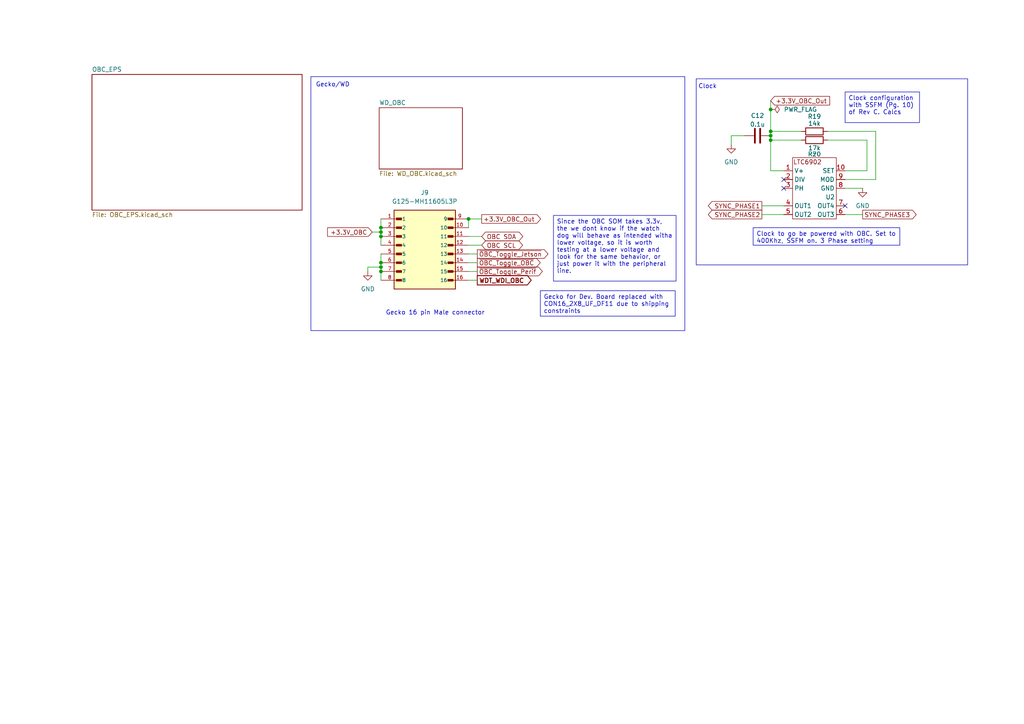
<source format=kicad_sch>
(kicad_sch (version 20250114) (generator "eeschema") (generator_version "9.0")
  (paper "A4")
  (lib_symbols
    (symbol "16 Pin Gecko Male Connector:G125-MH11605L3P" (pin_names (offset 1.016))
      (property "Reference" "J" (at -9.39 12.7 0))
      (property "Value" "G125-MH11605L3P" (at -8.89 -12.7 0))
      (symbol "G125-MH11605L3P_0_0"
        (rectangle (start -8.89 -10.16) (end 8.89 12.7) (stroke (width 0.254)) (fill (type background)))
        (rectangle (start -8.255 9.8425) (end -6.6675 10.4775) (stroke (width 0.1)) (fill (type outline)))
        (rectangle (start -8.255 7.3025) (end -6.6675 7.9375) (stroke (width 0.1)) (fill (type outline)))
        (rectangle (start -8.255 4.7625) (end -6.6675 5.3975) (stroke (width 0.1)) (fill (type outline)))
        (rectangle (start -8.255 2.2225) (end -6.6675 2.8575) (stroke (width 0.1)) (fill (type outline)))
        (rectangle (start -8.255 -0.3175) (end -6.6675 0.3175) (stroke (width 0.1)) (fill (type outline)))
        (rectangle (start -8.255 -2.8575) (end -6.6675 -2.2225) (stroke (width 0.1)) (fill (type outline)))
        (rectangle (start -8.255 -5.3975) (end -6.6675 -4.7625) (stroke (width 0.1)) (fill (type outline)))
        (rectangle (start -8.255 -7.9375) (end -6.6675 -7.3025) (stroke (width 0.1)) (fill (type outline)))
        (rectangle (start 8.255 9.8425) (end 6.6675 10.4775) (stroke (width 0.1)) (fill (type outline)))
        (rectangle (start 8.255 7.3025) (end 6.6675 7.9375) (stroke (width 0.1)) (fill (type outline)))
        (rectangle (start 8.255 4.7625) (end 6.6675 5.3975) (stroke (width 0.1)) (fill (type outline)))
        (rectangle (start 8.255 2.2225) (end 6.6675 2.8575) (stroke (width 0.1)) (fill (type outline)))
        (rectangle (start 8.255 -0.3175) (end 6.6675 0.3175) (stroke (width 0.1)) (fill (type outline)))
        (rectangle (start 8.255 -2.8575) (end 6.6675 -2.2225) (stroke (width 0.1)) (fill (type outline)))
        (rectangle (start 8.255 -5.3975) (end 6.6675 -4.7625) (stroke (width 0.1)) (fill (type outline)))
        (rectangle (start 8.255 -7.9375) (end 6.6675 -7.3025) (stroke (width 0.1)) (fill (type outline)))
        (pin passive line (at -12.7 10.16 0) (length 5.08) (name "1") (number "1"))
        (pin passive line (at -12.7 7.62 0) (length 5.08) (name "2") (number "2"))
        (pin passive line (at -12.7 5.08 0) (length 5.08) (name "3") (number "3"))
        (pin passive line (at -12.7 2.54 0) (length 5.08) (name "4") (number "4"))
        (pin passive line (at -12.7 0 0) (length 5.08) (name "5") (number "5"))
        (pin passive line (at -12.7 -2.54 0) (length 5.08) (name "6") (number "6"))
        (pin passive line (at -12.7 -5.08 0) (length 5.08) (name "7") (number "7"))
        (pin passive line (at -12.7 -7.62 0) (length 5.08) (name "8") (number "8"))
        (pin passive line (at 12.7 10.16 180) (length 5.08) (name "9") (number "9"))
        (pin passive line (at 12.7 7.62 180) (length 5.08) (name "10") (number "10"))
        (pin passive line (at 12.7 5.08 180) (length 5.08) (name "11") (number "11"))
        (pin passive line (at 12.7 2.54 180) (length 5.08) (name "12") (number "12"))
        (pin passive line (at 12.7 0 180) (length 5.08) (name "13") (number "13"))
        (pin passive line (at 12.7 -2.54 180) (length 5.08) (name "14") (number "14"))
        (pin passive line (at 12.7 -5.08 180) (length 5.08) (name "15") (number "15"))
        (pin passive line (at 12.7 -7.62 180) (length 5.08) (name "16") (number "16"))
      )
    )
    (symbol "Device:C" (pin_numbers (hide yes)) (pin_names (offset 0.254))
      (property "Reference" "C" (at 0.635 2.54 0))
      (property "Value" "C" (at 0.635 -2.54 0))
      (symbol "C_0_1"
        (polyline (pts (xy -2.032 0.762) (xy 2.032 0.762)) (stroke (width 0.508)))
        (polyline (pts (xy -2.032 -0.762) (xy 2.032 -0.762)) (stroke (width 0.508)))
      )
      (symbol "C_1_1"
        (pin passive line (at 0 3.81 270) (length 2.794) (name "~") (number "1"))
        (pin passive line (at 0 -3.81 90) (length 2.794) (name "~") (number "2"))
      )
    )
    (symbol "Device:R" (pin_numbers (hide yes)) (pin_names (offset 0))
      (property "Reference" "R" (at 2.032 0 90))
      (property "Value" "R" (at 0 0 90))
      (symbol "R_0_1"
        (rectangle (start -1.016 -2.54) (end 1.016 2.54) (stroke (width 0.254)))
      )
      (symbol "R_1_1"
        (pin passive line (at 0 3.81 270) (length 1.27) (name "~") (number "1"))
        (pin passive line (at 0 -3.81 90) (length 1.27) (name "~") (number "2"))
      )
    )
    (symbol "LTC6902:LTC6902"
      (property "Reference" "U" (at 5.334 7.62 0))
      (symbol "LTC6902_0_1"
        (rectangle (start -6.35 8.89) (end 6.35 -8.89))
      )
      (symbol "LTC6902_1_1"
        (text "LTC6902" (at -2.032 7.62 0) (effects (font (size 1.27 1.27))))
        (pin power_in line (at -8.89 5.08 0) (length 2.54) (name "V+") (number "1"))
        (pin passive line (at -8.89 2.54 0) (length 2.54) (name "DIV") (number "2"))
        (pin passive line (at -8.89 0 0) (length 2.54) (name "PH") (number "3"))
        (pin output line (at -8.89 -5.08 0) (length 2.54) (name "OUT1") (number "4"))
        (pin output line (at -8.89 -7.62 0) (length 2.54) (name "OUT2") (number "5"))
        (pin passive line (at 8.89 5.08 180) (length 2.54) (name "SET") (number "10"))
        (pin passive line (at 8.89 2.54 180) (length 2.54) (name "MOD") (number "9"))
        (pin power_in line (at 8.89 0 180) (length 2.54) (name "GND") (number "8"))
        (pin output line (at 8.89 -5.08 180) (length 2.54) (name "OUT4") (number "7"))
        (pin output line (at 8.89 -7.62 180) (length 2.54) (name "OUT3") (number "6"))
      )
    )
    (symbol "power:GND" (power) (pin_numbers (hide yes)) (pin_names (offset 0) (hide yes))
      (property "Value" "GND" (at 0 -3.81 0))
      (symbol "GND_0_1"
        (polyline (pts (xy 0 0) (xy 0 -1.27) (xy 1.27 -1.27) (xy 0 -2.54) (xy -1.27 -1.27) (xy 0 -1.27)))
      )
      (symbol "GND_1_1"
        (pin power_in line (at 0 0 270) (length 0) (name "~") (number "1"))
      )
    )
    (symbol "power:PWR_FLAG" (power) (pin_numbers (hide yes)) (pin_names (offset 0) (hide yes))
      (property "Value" "PWR_FLAG" (at 0 3.81 0))
      (symbol "PWR_FLAG_0_0"
        (pin power_out line (at 0 0 90) (length 0) (name "~") (number "1"))
      )
      (symbol "PWR_FLAG_0_1"
        (polyline (pts (xy 0 0) (xy 0 1.27) (xy -1.016 1.905) (xy 0 2.54) (xy 1.016 1.905) (xy 0 1.27)))
      )
    )
  )
  (rectangle (start 201.93 22.86) (end 280.67 76.835))
  (rectangle (start 90.17 22.225) (end 198.628 95.885))
  (text "Clock\n" (at 205.232 25.146 0) (effects (font (size 1.27 1.27))))
  (text "Gecko/WD" (at 96.52 24.638 0) (effects (font (size 1.27 1.27))))
  (text "Gecko 16 pin Male connector" (at 126.238 90.805 0) (effects (font (size 1.27 1.27))))
  (text_box "Since the OBC SOM takes 3.3v, the we dont know if the watch dog will behave as intended witha lower voltage, so it is worth testing at a lower voltage and look for the same behavior, or just power it with the peripheral line." (at 160.528 62.484 0) (size 35.56 19.05) (margins 0.9525 0.9525 0.9525 0.9525) (effects (font (size 1.27 1.27)) (justify left top)))
  (text_box "Gecko for Dev. Board replaced with CON16_2X8_UF_DF11 due to shipping constraints" (at 156.718 84.328 0) (size 39.116 7.366) (margins 0.9525 0.9525 0.9525 0.9525) (effects (font (size 1.27 1.27)) (justify left top)))
  (text_box "Clock configuration with SSFM (Pg. 10) of Rev C. Calcs" (at 245.11 26.67 0) (size 21.59 8.89) (margins 0.9525 0.9525 0.9525 0.9525) (effects (font (size 1.27 1.27)) (justify left top)))
  (text_box "Clock to go be powered with OBC. Set to 400Khz, SSFM on. 3 Phase setting" (at 218.44 66.04 0) (size 42.545 5.08) (margins 0.9525 0.9525 0.9525 0.9525) (effects (font (size 1.27 1.27)) (justify left top)))
  (junction (at 110.49 66.04))
  (junction (at 110.49 67.31))
  (junction (at 223.52 40.64))
  (junction (at 223.52 39.37))
  (junction (at 110.49 77.47))
  (junction (at 110.49 78.74))
  (junction (at 135.89 63.5))
  (junction (at 110.49 76.2))
  (junction (at 110.49 68.58))
  (junction (at 223.52 31.75))
  (junction (at 223.52 38.1))
  (no_connect (at 227.33 54.61))
  (no_connect (at 227.33 52.07))
  (no_connect (at 245.11 59.69))
  (wire (pts (xy 110.49 66.04) (xy 110.49 67.31)))
  (wire (pts (xy 135.89 63.5) (xy 135.89 66.04)))
  (wire (pts (xy 135.89 76.2) (xy 138.43 76.2)))
  (wire (pts (xy 110.49 68.58) (xy 110.49 71.12)))
  (wire (pts (xy 223.52 38.1) (xy 232.41 38.1)))
  (wire (pts (xy 110.49 67.31) (xy 110.49 68.58)))
  (wire (pts (xy 250.19 54.61) (xy 245.11 54.61)))
  (wire (pts (xy 223.52 40.64) (xy 223.52 39.37)))
  (wire (pts (xy 106.68 77.47) (xy 110.49 77.47)))
  (wire (pts (xy 135.89 78.74) (xy 138.43 78.74)))
  (wire (pts (xy 215.9 39.37) (xy 212.09 39.37)))
  (wire (pts (xy 254 52.07) (xy 254 38.1)))
  (wire (pts (xy 220.98 62.23) (xy 227.33 62.23)))
  (wire (pts (xy 245.11 62.23) (xy 250.19 62.23)))
  (wire (pts (xy 223.52 31.75) (xy 223.52 38.1)))
  (wire (pts (xy 135.89 63.5) (xy 139.7 63.5)))
  (wire (pts (xy 110.49 63.5) (xy 110.49 66.04)))
  (wire (pts (xy 245.11 52.07) (xy 254 52.07)))
  (wire (pts (xy 135.89 68.58) (xy 139.7 68.58)))
  (wire (pts (xy 135.89 73.66) (xy 138.43 73.66)))
  (wire (pts (xy 223.52 40.64) (xy 223.52 49.53)))
  (wire (pts (xy 135.89 71.12) (xy 139.7 71.12)))
  (wire (pts (xy 220.98 59.69) (xy 227.33 59.69)))
  (wire (pts (xy 135.89 81.28) (xy 138.43 81.28)))
  (wire (pts (xy 107.95 67.31) (xy 110.49 67.31)))
  (wire (pts (xy 223.52 49.53) (xy 227.33 49.53)))
  (wire (pts (xy 110.49 73.66) (xy 110.49 76.2)))
  (wire (pts (xy 232.41 40.64) (xy 223.52 40.64)))
  (wire (pts (xy 106.68 78.74) (xy 106.68 77.47)))
  (wire (pts (xy 110.49 76.2) (xy 110.49 77.47)))
  (wire (pts (xy 212.09 39.37) (xy 212.09 41.91)))
  (wire (pts (xy 240.03 40.64) (xy 251.46 40.64)))
  (wire (pts (xy 223.52 39.37) (xy 223.52 38.1)))
  (wire (pts (xy 240.03 38.1) (xy 254 38.1)))
  (wire (pts (xy 251.46 49.53) (xy 251.46 40.64)))
  (wire (pts (xy 245.11 49.53) (xy 251.46 49.53)))
  (wire (pts (xy 110.49 78.74) (xy 110.49 81.28)))
  (wire (pts (xy 110.49 77.47) (xy 110.49 78.74)))
  (wire (pts (xy 223.52 29.21) (xy 223.52 31.75)))
  (global_label "SYNC_PHASE1" (shape output) (at 220.98 59.69 180) (property "Intersheetrefs" "${INTERSHEET_REFS}" (effects (hide yes))))
  (global_label "~{OBC_Toggle_Jetson}" (shape output) (at 138.43 73.66 0) (property "Intersheetrefs" "${INTERSHEET_REFS}" (effects (hide yes))))
  (global_label "+3.3V_OBC_Out" (shape output) (at 139.7 63.5 0) (property "Intersheetrefs" "${INTERSHEET_REFS}" (effects (hide yes))))
  (global_label "~{OBC_Toggle_OBC}" (shape output) (at 138.43 76.2 0) (property "Intersheetrefs" "${INTERSHEET_REFS}" (effects (hide yes))))
  (global_label "+3.3V_OBC" (shape input) (at 107.95 67.31 180) (property "Intersheetrefs" "${INTERSHEET_REFS}" (effects (hide yes))))
  (global_label "WDT_WDI_OBC" (shape output) (at 138.43 81.28 0) (effects (font (thickness 0.254) (bold yes))) (property "Intersheetrefs" "${INTERSHEET_REFS}" (effects (hide yes))))
  (global_label "+3.3V_OBC_Out" (shape input) (at 223.52 29.21 0) (property "Intersheetrefs" "${INTERSHEET_REFS}" (effects (hide yes))))
  (global_label "SYNC_PHASE2" (shape output) (at 220.98 62.23 180) (property "Intersheetrefs" "${INTERSHEET_REFS}" (effects (hide yes))))
  (global_label "SYNC_PHASE3" (shape output) (at 250.19 62.23 0) (property "Intersheetrefs" "${INTERSHEET_REFS}" (effects (hide yes))))
  (global_label "~{OBC_Toggle_Perif}" (shape output) (at 138.43 78.74 0) (property "Intersheetrefs" "${INTERSHEET_REFS}" (effects (hide yes))))
  (global_label "OBC SDA" (shape bidirectional) (at 139.7 68.58 0) (property "Intersheetrefs" "${INTERSHEET_REFS}" (effects (hide yes))))
  (global_label "OBC SCL" (shape bidirectional) (at 139.7 71.12 0) (property "Intersheetrefs" "${INTERSHEET_REFS}" (effects (hide yes))))
  (symbol (lib_id "Device:C") (at 219.71 39.37 90) (unit 1)
    (property "Reference" "C12" (at 219.71 33.528 90))
    (property "Value" "0.1u" (at 219.71 36.068 90))
    (property "Footprint" "Capacitor_SMD:C_0603_1608Metric" (effects (hide yes)))
    (property "Description" "Unpolarized capacitor" (effects (hide yes)))
  )
  (symbol (lib_id "power:GND") (at 106.68 78.74 0) (unit 1)
    (property "Reference" "#PWR015" (effects (hide yes)))
    (property "Value" "GND" (at 106.68 83.82 0))
    (property "Description" "Power symbol creates a global label with name \"GND\" , ground" (effects (hide yes)))
  )
  (symbol (lib_id "LTC6902:LTC6902") (at 236.22 54.61 0) (unit 1)
    (property "Reference" "U2" (at 240.792 57.15 0))
    (property "Value" "~" (at 236.22 44.45 0))
    (property "Footprint" "RevC Footprints:LTC6902" (effects (hide yes)))
    (property "Datasheet" "https://www.analog.com/media/en/technical-documentation/data-sheets/6902f.pdf" (effects (hide yes)))
    (property "Description" "Multiphase Oscillator with Spread Spectrum Frequency Modulation" (effects (hide yes)))
  )
  (symbol (lib_id "power:GND") (at 212.09 41.91 0) (unit 1)
    (property "Reference" "#PWR016" (effects (hide yes)))
    (property "Value" "GND" (at 212.09 46.99 0))
    (property "Description" "Power symbol creates a global label with name \"GND\" , ground" (effects (hide yes)))
  )
  (symbol (lib_id "power:PWR_FLAG") (at 223.52 31.75 270) (unit 1)
    (property "Reference" "#FLG04" (effects (hide yes)))
    (property "Value" "PWR_FLAG" (at 227.33 31.7499 90) (effects (justify left)))
    (property "Description" "Special symbol for telling ERC where power comes from" (effects (hide yes)))
  )
  (symbol (lib_id "power:GND") (at 250.19 54.61 0) (unit 1)
    (property "Reference" "#PWR017" (effects (hide yes)))
    (property "Value" "GND" (at 250.19 59.69 0))
    (property "Description" "Power symbol creates a global label with name \"GND\" , ground" (effects (hide yes)))
  )
  (symbol (lib_id "Device:R") (at 236.22 40.64 270) (mirror x) (unit 1)
    (property "Reference" "R20" (at 236.22 44.704 90))
    (property "Value" "17k" (at 236.22 42.926 90))
    (property "Footprint" "Resistor_SMD:R_0603_1608Metric" (effects (hide yes)))
    (property "Description" "Resistor" (effects (hide yes)))
  )
  (symbol (lib_id "Device:R") (at 236.22 38.1 270) (unit 1)
    (property "Reference" "R19" (at 236.22 33.782 90))
    (property "Value" "14k" (at 236.22 35.814 90))
    (property "Footprint" "Resistor_SMD:R_0603_1608Metric" (effects (hide yes)))
    (property "Description" "Resistor" (effects (hide yes)))
  )
  (symbol (lib_id "16 Pin Gecko Male Connector:G125-MH11605L3P") (at 123.19 73.66 0) (unit 1)
    (property "Reference" "J9" (at 123.19 55.88 0))
    (property "Value" "G125-MH11605L3P" (at 123.19 58.42 0))
    (property "Footprint" "RevC Footprints:CON16_2X8_UF_DF11" (effects (hide yes)))
    (property "MANUFACTURER" "HARWIN" (effects (hide yes)))
  )
  (sheet (at 109.982 31.242) (size 24.13 17.78) (stroke (width 0.1524))
    (property "Sheetname" "WD_OBC" (at 109.982 30.5304 0) (effects (justify left bottom)))
    (property "Sheetfile" "WD_OBC.kicad_sch" (at 109.982 49.6066 0) (effects (justify left top)))
  )
  (sheet (at 26.67 21.59) (size 60.96 39.37) (stroke (width 0.1524))
    (property "Sheetname" "OBC_EPS" (at 26.67 20.8784 0) (effects (justify left bottom)))
    (property "Sheetfile" "OBC_EPS.kicad_sch" (at 26.67 61.5446 0) (effects (justify left top)))
  )
)
</source>
